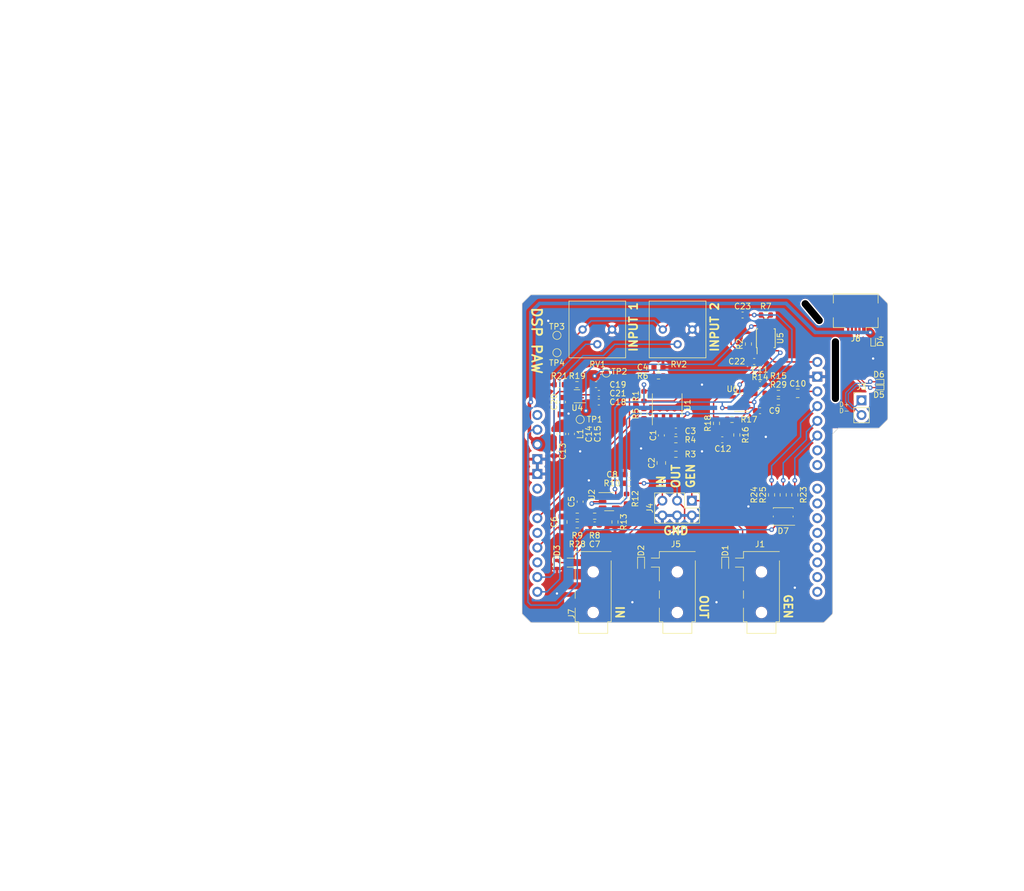
<source format=kicad_pcb>
(kicad_pcb (version 20221018) (generator pcbnew)
  (title_block (title "DSP PAW add-on board") (date "2023-08-19") (company "bitgloo") (comment 1 "Released under the CERN Open Hardware Licence Version 2 - Strongly Reciprocal"))
  (layers (0 "F.Cu" signal) (31 "B.Cu" signal) (34 "B.Paste" user) (35 "F.Paste" user) (36 "B.SilkS" user "B.Silkscreen") (37 "F.SilkS" user "F.Silkscreen") (38 "B.Mask" user) (39 "F.Mask" user) (44 "Edge.Cuts" user))
  (net 0 "")
  (net 1 "Net-(U1A--)")
  (net 2 "Net-(C1-Pad1)")
  (net 3 "SIGNAL_IN")
  (net 4 "Net-(C2-Pad2)")
  (net 5 "Net-(U2-+)")
  (net 6 "GND")
  (net 7 "SIGNAL_IN_MCU")
  (net 8 "Net-(C5-Pad1)")
  (net 9 "SIGNAL_OUT_MCU")
  (net 10 "VBUS")
  (net 11 "+5V")
  (net 12 "-5V")
  (net 13 "Net-(C6-Pad1)")
  (net 14 "Net-(C9-Pad1)")
  (net 15 "Net-(C10-Pad1)")
  (net 16 "VDDA")
  (net 17 "Net-(U6-+)")
  (net 18 "Net-(U4-C+)")
  (net 19 "SIGNAL_OUT")
  (net 20 "Net-(U4-C-)")
  (net 21 "+3V3")
  (net 22 "GENERATOR_MCU")
  (net 23 "GENERATOR")
  (net 24 "USB_D_P")
  (net 25 "USB_D_N")
  (net 26 "Net-(U4-CPOUT)")
  (net 27 "VCC")
  (net 28 "Net-(D7-RK)")
  (net 29 "Net-(D7-GK)")
  (net 30 "LED_B")
  (net 31 "LED_G")
  (net 32 "LED_R")
  (net 33 "PC1{slash}POT2")
  (net 34 "PC0{slash}POT1")
  (net 36 "-3V3")
  (net 37 "Net-(U1B--)")
  (net 39 "Net-(U1B-+)")
  (net 40 "Net-(U5B--)")
  (net 41 "Net-(D7-BK)")
  (net 42 "Net-(C5-Pad2)")
  (net 43 "Net-(C9-Pad2)")
  (net 44 "Net-(U4-VFB)")
  (net 45 "Net-(U2--)")
  (net 46 "Net-(U6--)")
  (net 60 "Net-(U1A-+)")
  (footprint "Resistor_SMD:R_0603_1608Metric" (layer "F.Cu") (at 161 85.5)
    (fp_text reference "R14")
    (fp_text value "22.1k/0.5%")
  )
  (footprint "Resistor_SMD:R_0603_1608Metric" (layer "F.Cu") (at 126.4 84 180)
    (fp_text reference "R21")
    (fp_text value "56k/1%")
  )
  (footprint "Resistor_SMD:R_0603_1608Metric" (layer "F.Cu") (at 141 86 90)
    (fp_text reference "R1")
    (fp_text value "10k/0.1%")
  )
  (footprint "Resistor_SMD:R_0603_1608Metric" (layer "F.Cu") (at 146.5 96)
    (fp_text reference "R3")
    (fp_text value "8.45k/1%")
  )
  (footprint "Capacitor_SMD:C_0603_1608Metric" (layer "F.Cu") (at 158 72 180)
    (fp_text reference "C23")
    (fp_text value "1u")
  )
  (footprint "MountingHole:MountingHole_2.1mm" (layer "F.Cu") (at 170 71.5 40)
    (fp_text reference "REF**" hide)
    (fp_text value "MountingHole_2.1mm")
  )
  (footprint "Capacitor_SMD:C_0603_1608Metric" (layer "F.Cu") (at 132.725 84)
    (fp_text reference "C19")
    (fp_text value "2.2u")
  )
  (footprint "Resistor_SMD:R_0603_1608Metric" (layer "F.Cu") (at 132.5 106.675 180)
    (fp_text reference "R8")
    (fp_text value "22.1k/0.5%")
  )
  (footprint "Potentiometer_THT:Potentiometer_Bourns_3386P_Vertical" (layer "F.Cu") (at 130.42 74.5 -90)
    (fp_text reference "RV1")
    (fp_text value "10K")
  )
  (footprint "Capacitor_SMD:C_0603_1608Metric" (layer "F.Cu") (at 161 84)
    (fp_text reference "C11")
    (fp_text value "100p")
  )
  (footprint "Package_SO:SOIC-8_3.9x4.9mm_P1.27mm" (layer "F.Cu") (at 145 87.5 90)
    (fp_text reference "U1")
    (fp_text value "TLV9162")
  )
  (footprint "Capacitor_SMD:C_0603_1608Metric" (layer "F.Cu") (at 132.5 108.175 180)
    (fp_text reference "C7")
    (fp_text value "100p")
  )
  (footprint "Resistor_SMD:R_0603_1608Metric" (layer "F.Cu") (at 138.5 101 180)
    (fp_text reference "R10")
    (fp_text value "0")
  )
  (footprint "Diode_SMD:D_SOD-523" (layer "F.Cu") (at 126 115 -90)
    (fp_text reference "D3")
    (fp_text value "ESD5Z2.5T1G")
  )
  (footprint "Capacitor_SMD:C_0603_1608Metric" (layer "F.Cu") (at 154.5 93.5)
    (fp_text reference "C12")
    (fp_text value "DNP")
  )
  (footprint "Resistor_SMD:R_0603_1608Metric" (layer "F.Cu") (at 138 103.675 -90)
    (fp_text reference "R12")
    (fp_text value "2.49k/0.5%")
  )
  (footprint "Diode_SMD:D_SOD-523" (layer "F.Cu") (at 140.5 115 -90)
    (fp_text reference "D2")
    (fp_text value "ESD5Z2.5T1G")
  )
  (footprint "TestPoint:TestPoint_Pad_D1.0mm" (layer "F.Cu") (at 126 78.5)
    (fp_text reference "TP4")
    (fp_text value "TestPoint")
  )
  (footprint "Connector_PinHeader_2.54mm:PinHeader_2x03_P2.54mm_Vertical" (layer "F.Cu") (at 149.25 104 -90)
    (fp_text reference "J4")
    (fp_text value "Conn_02x03_Odd_Even")
  )
  (footprint "Resistor_SMD:R_0603_1608Metric" (layer "F.Cu") (at 156.175 90 180)
    (fp_text reference "R17")
    (fp_text value "2.49k/0.5%")
  )
  (footprint "Capacitor_SMD:C_0603_1608Metric" (layer "F.Cu") (at 133.225 85.5)
    (fp_text reference "C21")
    (fp_text value "4.7u")
  )
  (footprint "Connector_USB:USB_Micro-B_Amphenol_10104110_Horizontal" (layer "F.Cu") (at 177.5 72.5 180)
    (fp_text reference "J8")
    (fp_text value "USB_B_Micro")
  )
  (footprint "Capacitor_SMD:C_0603_1608Metric" (layer "F.Cu") (at 125.5 95.5 -90)
    (fp_text reference "C13")
    (fp_text value "10n")
  )
  (footprint "Capacitor_SMD:C_0603_1608Metric" (layer "F.Cu") (at 138.5 99.5)
    (fp_text reference "C8")
    (fp_text value "DNP")
  )
  (footprint "Capacitor_SMD:C_0603_1608Metric" (layer "F.Cu") (at 126.95 87 90)
    (fp_text reference "C20")
    (fp_text value "1u")
  )
  (footprint "Package_TO_SOT_SMD:SOT-23-5" (layer "F.Cu") (at 135 104.175)
    (fp_text reference "U2")
    (fp_text value "OPA1677")
  )
  (footprint "TestPoint:TestPoint_Pad_D1.0mm" (layer "F.Cu") (at 130 90)
    (fp_text reference "TP1")
    (fp_text value "TestPoint")
  )
  (footprint "Capacitor_SMD:C_0805_2012Metric" (layer "F.Cu") (at 144 97.5 90)
    (fp_text reference "C2")
    (fp_text value "10u")
  )
  (footprint "Resistor_SMD:R_0603_1608Metric" (layer "F.Cu") (at 167 103 -90)
    (fp_text reference "R23")
    (fp_text value "560")
  )
  (footprint "Inductor_SMD:L_0603_1608Metric" (layer "F.Cu") (at 125.5 92.5 90)
    (fp_text reference "L1")
    (fp_text value "33@100MHz")
  )
  (footprint "Potentiometer_THT:Potentiometer_Bourns_3386P_Vertical" (layer "F.Cu") (at 144.25 74.5 -90)
    (fp_text reference "RV2")
    (fp_text value "10K")
  )
  (footprint "Resistor_SMD:R_0603_1608Metric" (layer "F.Cu") (at 157 92.675 90)
    (fp_text reference "R16")
    (fp_text value "0")
  )
  (footprint "Resistor_SMD:R_0603_1608Metric" (layer "F.Cu") (at 129.5 106.675 180)
    (fp_text reference "R9")
    (fp_text value "6.81k/0.5%")
  )
  (footprint "Resistor_SMD:R_0603_1608Metric" (layer "F.Cu") (at 146.5 93.5 180)
    (fp_text reference "R4")
    (fp_text value "13.3k/1%")
  )
  (footprint "Package_SON:WSON-8-1EP_2x2mm_P0.5mm_EP0.9x1.6mm" (layer "F.Cu") (at 129.45 86 180)
    (fp_text reference "U4")
    (fp_text value "LM27761")
  )
  (footprint "Package_SO:TSSOP-8_3x3mm_P0.65mm" (layer "F.Cu") (at 162 76 90)
    (fp_text reference "U5")
    (fp_text value "OPA2310")
  )
  (footprint "Capacitor_SMD:C_0603_1608Metric" (layer "F.Cu") (at 160 80 180)
    (fp_text reference "C22")
    (fp_text value "1u")
  )
  (footprint "Capacitor_SMD:C_0603_1608Metric" (layer "F.Cu") (at 143.5 81)
    (fp_text reference "C4")
    (fp_text value "10n")
  )
  (footprint "Capacitor_SMD:C_0603_1608Metric" (layer "F.Cu") (at 161 88.5)
    (fp_text reference "C9")
    (fp_text value "105p")
  )
  (footprint "Diode_SMD:D_SOD-523" (layer "F.Cu") (at 155 115 -90)
    (fp_text reference "D1")
    (fp_text value "ESD5Z2.5T1G")
  )
  (footprint "LED_SMD:LED_Kingbright_AAA3528ESGCT" (layer "F.Cu") (at 165 106.725 180)
    (fp_text reference "D7")
    (fp_text value "LED_RAGB")
  )
  (footprint "Capacitor_SMD:C_0603_1608Metric" (layer "F.Cu") (at 128.5 92.5 -90)
    (fp_text reference "C15")
    (fp_text value "4.7u")
  )
  (footprint "Resistor_SMD:R_0603_1608Metric" (layer "F.Cu") (at 159 77 -90)
    (fp_text reference "R2")
    (fp_text value "10k/0.1%")
  )
  (footprint "Capacitor_SMD:C_0805_2012Metric" (layer "F.Cu") (at 127 107.675 -90)
    (fp_text reference "C6")
    (fp_text value "10u")
  )
  (footprint "TestPoint:TestPoint_Pad_D1.0mm" (layer "F.Cu") (at 134.5 82)
    (fp_text reference "TP2")
    (fp_text value "TestPoint")
  )
  (footprint "Capacitor_SMD:C_0603_1608Metric" (layer "F.Cu") (at 146.5 92)
    (fp_text reference "C3")
    (fp_text value "100p")
  )
  (footprint "Connector_PinHeader_2.54mm:PinHeader_1x02_P2.54mm_Vertical" (layer "F.Cu") (at 178.499766 86.699898)
    (fp_text reference "J3")
    (fp_text value "Conn_01x02")
  )
  (footprint "Capacitor_SMD:C_0805_2012Metric" (layer "F.Cu") (at 167.5 85.5)
    (fp_text reference "C10")
    (fp_text value "10u")
  )
  (footprint "Capacitor_SMD:C_0603_1608Metric" (layer "F.Cu") (at 130 104.175 -90)
    (fp_text reference "C5")
    (fp_text value "105p")
  )
  (footprint "Capacitor_SMD:C_0603_1608Metric" (layer "F.Cu") (at 144 92.75 90)
    (fp_text reference "C1")
    (fp_text value "140p")
  )
  (footprint "Resistor_SMD:R_0603_1608Metric" (layer "F.Cu") (at 129.45 84 180)
    (fp_text reference "R19")
    (fp_text value "174k/1%")
  )
  (footprint "TestPoint:TestPoint_Pad_D1.0mm" (layer "F.Cu") (at 126 75.5)
    (fp_text reference "TP3")
    (fp_text value "TestPoint")
  )
  (footprint "Resistor_SMD:R_0603_1608Metric" (layer "F.Cu") (at 129.5 108.175 180)
    (fp_text reference "R28")
    (fp_text value "100k")
  )
  (footprint "Capacitor_SMD:C_0603_1608Metric" (layer "F.Cu") (at 127 92.5 -90)
    (fp_text reference "C14")
    (fp_text value "100n")
  )
  (footprint "Connector_Audio:Jack_3.5mm_PJ320D_Horizontal" (layer "F.Cu") (at 146.75 118.5 90)
    (fp_text reference "J5")
    (fp_text value "AudioJack2_Ground")
  )
  (footprint "MountingHole:MountingHole_2.1mm" (layer "F.Cu") (at 174 81.5)
    (fp_text reference "REF**" hide)
    (fp_text value "MountingHole_2.1mm")
  )
  (footprint "Resistor_SMD:R_0603_1608Metric" (layer "F.Cu") (at 162 72 180)
    (fp_text reference "R7")
    (fp_text value "10k/0.1%")
  )
  (footprint "Connector_Audio:Jack_3.5mm_PJ320D_Horizontal" (layer "F.Cu") (at 132.25 118.5 90)
    (fp_text reference "J7")
    (fp_text value "AudioJack2_Ground")
  )
  (footprint "Resistor_SMD:R_0603_1608Metric" (layer "F.Cu") (at 153.5 90.675 -90)
    (fp_text reference "R18")
    (fp_text value "2.49k/0.5%")
  )
  (footprint "PCM_arduino-library:Arduino_Uno_R2_Shield" (layer "F.Cu") (at 120.08 56.21 -90)
    (fp_text reference "A2" hide)
    (fp_text value "Arduino_Uno_R1_Shield")
  )
  (footprint "Connector_Audio:Jack_3.5mm_PJ320D_Horizontal" (layer "F.Cu") (at 161.25 118.5 90)
    (fp_text reference "J1")
    (fp_text value "AudioJack2_Ground")
  )
  (footprint "Resistor_SMD:R_0603_1608Metric" (layer "F.Cu") (at 136 107.675 -90)
    (fp_text reference "R13")
    (fp_text value "2.49k/0.5%")
  )
  (footprint "Resistor_SMD:R_0603_1608Metric" (layer "F.Cu") (at 143.5 82.5 180)
    (fp_text reference "R6")
    (fp_text value "200")
  )
  (footprint "Resistor_SMD:R_0603_1608Metric" (layer "F.Cu") (at 163 103 -90)
    (fp_text reference "R24")
    (fp_text value "240")
  )
  (footprint "Diode_SMD:D_SOD-923" (layer "F.Cu") (at 181.5 83.5 180)
    (fp_text reference "D6")
    (fp_text value "DF2B7AFS,L3M")
  )
  (footprint "Resistor_SMD:R_0603_1608Metric" (layer "F.Cu") (at 165 103 -90)
    (fp_text reference "R25")
    (fp_text value "240")
  )
  (footprint "Resistor_SMD:R_0603_1608Metric" (layer "F.Cu") (at 141 89 90)
    (fp_text reference "R5")
    (fp_text value "10k/0.1%")
  )
  (footprint "Diode_SMD:D_SOD-923" (layer "F.Cu") (at 181.5 84.5 180)
    (fp_text reference "D5")
    (fp_text value "DF2B7AFS,L3M")
  )
  (footprint "Resistor_SMD:R_0603_1608Metric" (layer "F.Cu") (at 164.175 85.5)
    (fp_text reference "R15")
    (fp_text value "6.81k/0.5%")
  )
  (footprint "Resistor_SMD:R_0603_1608Metric" (layer "F.Cu") (at 164.175 87)
    (fp_text reference "R29")
    (fp_text value "100k")
  )
  (footprint "Capacitor_SMD:C_0603_1608Metric" (layer "F.Cu") (at 133.225 87)
    (fp_text reference "C18")
    (fp_text value "4.7u")
  )
  (footprint "Package_TO_SOT_SMD:SOT-23-5" (layer "F.Cu") (at 157.3625 87.05 180)
    (fp_text reference "U6")
    (fp_text value "OPA1677")
  )
  (footprint "Diode_SMD:D_SOD-923" (layer "F.Cu") (at 180.5 76.5 90)
    (fp_text reference "D4")
    (fp_text value "DF2B7AFS,L3M")
  )
  (gr_line (start 181.5 68.5) (end 183 70) (stroke (width 0.1)) (layer "Edge.Cuts"))
  (gr_line (start 181.5 68.5) (end 121.5 68.5) (stroke (width 0.1)) (layer "Edge.Cuts"))
  (gr_line (start 173.5 92.5) (end 174.5 91.5) (stroke (width 0.1)) (layer "Edge.Cuts"))
  (gr_line (start 120 123.5) (end 121.5 125) (stroke (width 0.1)) (layer "Edge.Cuts"))
  (gr_line (start 181.5 91.5) (end 174.5 91.5) (stroke (width 0.1)) (layer "Edge.Cuts"))
  (gr_line (start 120 70) (end 120 123.5) (stroke (width 0.1)) (layer "Edge.Cuts"))
  (gr_line (start 120 70) (end 121.5 68.5) (stroke (width 0.1)) (layer "Edge.Cuts"))
  (gr_line (start 183 90) (end 183 70) (stroke (width 0.1)) (layer "Edge.Cuts"))
  (gr_line (start 173.5 123.5) (end 172 125) (stroke (width 0.1)) (layer "Edge.Cuts"))
  (gr_line (start 121.5 125) (end 172 125) (stroke (width 0.1)) (layer "Edge.Cuts"))
  (gr_line (start 183 90) (end 181.5 91.5) (stroke (width 0.1)) (layer "Edge.Cuts"))
  (gr_line (start 173.5 123.5) (end 173.5 92.5) (stroke (width 0.1)) (layer "Edge.Cuts"))
  (gr_text "OUT" (at 146.5 102 90) (layer "F.SilkS") (effects (font (size 1.4 1.4) (thickness 0.3) bold) (justify left)))
  (gr_text "OUT" (at 150.5 124.5 270) (layer "F.SilkS") (effects (font (size 1.4 1.4) (thickness 0.3) bold) (justify right bottom)))
  (gr_text "IN" (at 136 124.5 270) (layer "F.SilkS") (effects (font (size 1.4 1.4) (thickness 0.3) bold) (justify right bottom)))
  (gr_text "INPUT 1" (at 140 78.5 90) (layer "F.SilkS") (effects (font (size 1.4 1.4) (thickness 0.3) bold) (justify left bottom)))
  (gr_text "GEN" (at 149.04 102 90) (layer "F.SilkS") (effects (font (size 1.4 1.4) (thickness 0.3) bold) (justify left)))
  (gr_text "D+" (at 176.5 87.4) (layer "F.SilkS") (effects (font (size 0.8 0.8) (thickness 0.1) bold) (justify right)))
  (gr_text "D-" (at 176.5 88.5) (layer "F.SilkS") (effects (font (size 0.8 0.8) (thickness 0.1) bold) (justify right)))
  (gr_text "INPUT 2" (at 154 78.5 90) (layer "F.SilkS") (effects (font (size 1.4 1.4) (thickness 0.3) bold) (justify left bottom)))
  (gr_text "GND" (at 146.5 110) (layer "F.SilkS") (effects (font (size 1.4 1.4) (thickness 0.3) bold) (justify bottom)))
  (gr_text "GEN" (at 165 124.5 270) (layer "F.SilkS") (effects (font (size 1.4 1.4) (thickness 0.3) bold) (justify right bottom)))
  (gr_text "DSP PAW" (at 121.5 70.5 270) (layer "F.SilkS") (effects (font (size 1.7 1.7) (thickness 0.32) bold) (justify left bottom)))
  (gr_text "IN" (at 143.96 102 90) (layer "F.SilkS") (effects (font (size 1.4 1.4) (thickness 0.3) bold) (justify left)))
  (segment (start 143.095 89.975) (end 141.15 89.975) (width 0.25) (layer "F.Cu") (net 1))
  (segment (start 141.15 89.975) (end 141 89.825) (width 0.25) (layer "F.Cu") (net 1))
  (segment (start 144.365 91.61) (end 144 91.975) (width 0.25) (layer "F.Cu") (net 1))
  (segment (start 143.095 89.975) (end 144.365 89.975) (width 0.25) (layer "F.Cu") (net 1))
  (segment (start 144.365 89.975) (end 144.365 91.61) (width 0.25) (layer "F.Cu") (net 1))
  (segment (start 144.025 93.525) (end 145 94.5) (width 0.25) (layer "F.Cu") (net 2))
  (segment (start 147.325 96) (end 147.325 93.5) (width 0.25) (layer "F.Cu") (net 2))
  (segment (start 145 94.5) (end 146.325 94.5) (width 0.25) (layer "F.Cu") (net 2))
  (segment (start 146.325 94.5) (end 147.325 93.5) (width 0.25) (layer "F.Cu") (net 2))
  (segment (start 144 93.525) (end 144.025 93.525) (width 0.25) (layer "F.Cu") (net 2))
  (segment (start 137.17 111) (end 144.17 104) (width 0.25) (layer "F.Cu") (net 3))
  (segment (start 144.17 104) (end 144.17 98.62) (width 0.25) (layer "F.Cu") (net 3))
  (segment (start 131.5 111) (end 137.17 111) (width 0.25) (layer "F.Cu") (net 3))
  (segment (start 144.17 98.62) (end 144 98.45) (width 0.25) (layer "F.Cu") (net 3))
  (segment (start 129 114.675) (end 129 113.5) (width 0.25) (layer "F.Cu") (net 3))
  (segment (start 126.375 114.675) (end 129 114.675) (width 0.25) (layer "F.Cu") (net 3))
  (segment (start 126 114.3) (end 126.375 114.675) (width 0.25) (layer "F.Cu") (net 3))
  (segment (start 129 113.5) (end 131.5 111) (width 0.25) (layer "F.Cu") (net 3))
  (segment (start 144 96.55) (end 145.125 96.55) (width 0.25) (layer "F.Cu") (net 4))
  (segment (start 145.125 96.55) (end 145.675 96) (width 0.25) (layer "F.Cu") (net 4))
  (segment (start 133.8625 106.1375) (end 133.325 106.675) (width 0.25) (layer "F.Cu") (net 5))
  (segment (start 133.275 106.725) (end 133.325 106.675) (width 0.25) (layer "F.Cu") (net 5))
  (segment (start 133.275 108.175) (end 133.275 106.725) (width 0.25) (layer "F.Cu") (net 5))
  (segment (start 133.8625 105.125) (end 133.8625 106.1375) (width 0.25) (layer "F.Cu") (net 5))
  (segment (start 130.4 86.25) (end 129.7 86.25) (width 0.25) (layer "F.Cu") (net 6))
  (segment (start 129.7 86.25) (end 129.45 86) (width 0.25) (layer "F.Cu") (net 6))
  (via (at 167 119) (size 0.8) (drill 0.4) (layers "F.Cu" "B.Cu") (net 6))
  (via (at 126 120) (size 0.8) (drill 0.4) (layers "F.Cu" "B.Cu") (net 6))
  (via (at 140.5 95) (size 0.8) (drill 0.4) (layers "F.Cu" "B.Cu") (net 6))
  (via (at 128 89) (size 0.8) (drill 0.4) (layers "F.Cu" "B.Cu") (net 6))
  (via (at 162 93) (size 0.8) (drill 0.4) (layers "F.Cu" "B.Cu") (net 6))
  (via (at 180.5 79.5) (size 0.8) (drill 0.4) (layers "F.Cu" "B.Cu") (net 6))
  (via (at 151 95.5) (size 0.8) (drill 0.4) (layers "F.Cu" "B.Cu") (net 6))
  (via (at 139 121.5) (size 0.8) (drill 0.4) (layers "F.Cu" "B.Cu") (net 6))
  (via (at 159 105) (size 0.8) (drill 0.4) (layers "F.Cu" "B.Cu") (net 6))
  (via (at 131.5 100.5) (size 0.8) (drill 0.4) (layers "F.Cu" "B.Cu") (net 6))
  (via (at 124.5 73) (size 0.8) (drill 0.4) (layers "F.Cu" "B.Cu") (net 6))
  (via (at 151 84) (size 0.8) (drill 0.4) (layers "F.Cu" "B.Cu") (net 6))
  (via (at 153.5 121.5) (size 0.8) (drill 0.4) (layers "F.Cu" "B.Cu") (net 6))
  (via (at 130 95.5) (size 0.8) (drill 0.4) (layers "F.Cu" "B.Cu") (net 6))
  (segment (start 142.725 82.45) (end 142.675 82.5) (width 0.25) (layer "F.Cu") (net 7))
  (segment (start 138.5 91.13) (end 122.62 107.01) (width 0.25) (layer "F.Cu") (net 7))
  (segment (start 142.675 82.5) (end 140 82.5) (width 0.25) (layer "F.Cu") (net 7))
  (segment (start 138.5 84) (end 138.5 91.13) (width 0.25) (layer "F.Cu") (net 7))
  (segment (start 140 82.5) (end 138.5 84) (width 0.25) (layer "F.Cu") (net 7))
  (segment (start 142.725 81) (end 142.725 82.45) (width 0.25) (layer "F.Cu") (net 7))
  (segment (start 138 102.85) (end 138 101.325) (width 0.25) (layer "F.Cu") (net 8))
  (segment (start 130.175 103.225) (end 133.8625 103.225) (width 0.25) (layer "F.Cu") (net 8))
  (segment (start 133.8625 101.1375) (end 134.5 100.5) (width 0.25) (layer "F.Cu") (net 8))
  (segment (start 137.175 100.5) (end 137.675 101) (width 0.25) (layer "F.Cu") (net 8))
  (segment (start 130 103.4) (end 130.175 103.225) (width 0.25) (layer "F.Cu") (net 8))
  (segment (start 138 101.325) (end 137.675 101) (width 0.25) (layer "F.Cu") (net 8))
  (segment (start 134.5 100.5) (end 137.175 100.5) (width 0.25) (layer "F.Cu") (net 8))
  (segment (start 133.8625 103.225) (end 133.8625 101.1375) (width 0.25) (layer "F.Cu") (net 8))
  (segment (start 126.085 108.625) (end 127 108.625) (width 0.25) (layer "F.Cu") (net 9))
  (segment (start 122.62 112.09) (end 126.085 108.625) (width 0.25) (layer "F.Cu") (net 9))
  (segment (start 122.62 94.31) (end 121.2516 92.9416) (width 0.6096) (layer "F.Cu") (net 10))
  (segment (start 121.2516 92.9416) (end 121.2516 87.2484) (width 0.6096) (layer "F.Cu") (net 10))
  (segment (start 121.2516 87.2484) (end 121.5 87) (width 0.6096) (layer "F.Cu") (net 10))
  (via (at 121.5 87) (size 0.8) (drill 0.4) (layers "F.Cu" "B.Cu") (net 10))
  (via (at 180 75) (size 0.8) (drill 0.4) (layers "F.Cu" "B.Cu") (net 10))
  (segment (start 170.5 75) (end 165.5 70) (width 0.6096) (layer "B.Cu") (net 10))
  (segment (start 180 75) (end 170.5 75) (width 0.6096) (layer "B.Cu") (net 10))
  (segment (start 123 70) (end 121.5 71.5) (width 0.6096) (layer "B.Cu") (net 10))
  (segment (start 121.5 71.5) (end 121.5 87) (width 0.6096) (layer "B.Cu") (net 10))
  (segment (start 165.5 70) (end 123 70) (width 0.6096) (layer "B.Cu") (net 10))
  (segment (start 127.479561 85.197535) (end 126.302465 85.197535) (width 0.25) (layer "F.Cu") (net 11))
  (segment (start 126.302465 85.197535) (end 125.5 86) (width 0.25) (layer "F.Cu") (net 11))
  (segment (start 128.032026 85.75) (end 127.479561 85.197535) (width 0.25) (layer "F.Cu") (net 11))
  (segment (start 159.65 73.85) (end 159.5 74) (width 0.25) (layer "F.Cu") (net 11))
  (segment (start 125.5 86) (end 125.5 91.7125) (width 0.25) (layer "F.Cu") (net 11))
  (segment (start 128.5 85.75) (end 128.032026 85.75) (width 0.25) (layer "F.Cu") (net 11))
  (segment (start 161.025 73.85) (end 159.65 73.85) (width 0.25) (layer "F.Cu") (net 11))
  (via (at 131 88.5) (size 0.8) (drill 0.4) (layers "F.Cu" "B.Cu") (net 11))
  (via (at 159.5 74) (size 0.8) (drill 0.4) (layers "F.Cu" "B.Cu") (net 11))
  (segment (start 131 82) (end 132.5 80.5) (width 0.25) (layer "B.Cu") (net 11))
  (segment (start 132.5 80.5) (end 153 80.5) (width 0.25) (layer "B.Cu") (net 11))
  (segment (start 153 80.5) (end 159.5 74) (width 0.25) (layer "B.Cu") (net 11))
  (segment (start 131 88.5) (end 131 82) (width 0.25) (layer "B.Cu") (net 11))
  (segment (start 134.5 82) (end 133 82) (width 0.25) (layer "F.Cu") (net 12))
  (segment (start 162.975 78.15) (end 164.15 78.15) (width 0.25) (layer "F.Cu") (net 12))
  (segment (start 164.15 78.15) (end 164.5 78.5) (width 0.25) (layer "F.Cu") (net 12))
  (segment (start 133 82) (end 132.5 82.5) (width 0.25) (layer "F.Cu") (net 12))
  (via (at 164.5 78.5) (size 0.8) (drill 0.4) (layers "F.Cu" "B.Cu") (net 12))
  (via (at 132.5 82.5) (size 0.8) (drill 0.4) (layers "F.Cu" "B.Cu") (net 12))
  (segment (start 161.5 81.5) (end 164.5 78.5) (width 0.25) (layer "B.Cu") (net 12))
  (segment (start 132.5 82.5) (end 133.5 81.5) (width 0.25) (layer "B.Cu") (net 12))
  (segment (start 133.5 81.5) (end 161.5 81.5) (width 0.25) (layer "B.Cu") (net 12))
  (segment (start 128.625 106.725) (end 128.675 106.675) (width 0.25) (layer "F.Cu") (net 13))
  (segment (start 128.675 106.675) (end 128.675 108.175) (width 0.25) (layer "F.Cu") (net 13))
  (segment (start 127 106.725) (end 128.625 106.725) (width 0.25) (layer "F.Cu") (net 13))
  (segment (start 158.5 88) (end 158.5 89) (width 0.25) (layer "F.Cu") (net 14))
  (segment (start 158.5 89) (end 157.5 90) (width 0.25) (layer "F.Cu") (net 14))
  (segment (start 159.725 88) (end 160.225 88.5) (width 0.25) (layer "F.Cu") (net 14))
  (segment (start 157 90) (end 157 91.85) (width 0.25) (layer "F.Cu") (net 14))
  (segment (start 157.5 90) (end 157 90) (width 0.25) (layer "F.Cu") (net 14))
  (segment (start 158.5 88) (end 159.725 88) (width 0.25) (layer "F.Cu") (net 14))
  (segment (start 166.55 85.5) (end 165 85.5) (width 0.25) (layer "F.Cu") (net 15))
  (segment (start 165 85.5) (end 165 87) (width 0.25) (layer "F.Cu") (net 15))
  (segment (start 162.325 78.15) (end 162.325 78.95) (width 0.25) (layer "F.Cu") (net 16))
  (segment (start 162.325 78.95) (end 163.461 80.086) (width 0.25) (layer "F.Cu") (net 16))
  (segment (start 163.461 80.086) (end 170.88 80.086) (width 0.25) (layer "F.Cu") (net 16))
  (segment (start 159.575 86.1) (end 160.175 85.5) (width 0.25) (layer "F.Cu") (net 17))
  (segment (start 160.175 85.5) (end 160.175 84.05) (width 0.25) (layer "F.Cu") (net 17))
  (segment (start 158.5 86.1) (end 159.575 86.1) (width 0.25) (layer "F.Cu") (net 17))
  (segment (start 160.175 84.05) (end 160.225 84) (width 0.25) (layer "F.Cu") (net 17))
  (segment (start 128.5 87.5) (end 128.5 86.75) (width 0.25) (layer "F.Cu") (net 18))
  (segment (start 128.225 87.775) (end 128.5 87.5) (width 0.25) (layer "F.Cu") (net 18))
  (segment (start 126.95 87.775) (end 128.225 87.775) (width 0.25) (layer "F.Cu") (net 18))
  (segment (start 146.71 104) (end 148 105.29) (width 0.25) (layer "F.Cu") (net 19))
  (segment (start 140.5 114.3) (end 140.875 114.675) (width 0.25) (layer "F.Cu") (net 19))
  (segment (start 148 108) (end 143.5 112.5) (width 0.25) (layer "F.Cu") (net 19))
  (segment (start 140.875 114.675) (end 143.5 114.675) (width 0.25) (layer "F.Cu") (net 19))
  (segment (start 143.5 112.5) (end 143.5 114.675) (width 0.25) (layer "F.Cu") (net 19))
  (segment (start 139.325 101) (end 141 101) (width 0.25) (layer "F.Cu") (net 19))
  (segment (start 139.325 101) (end 139.325 99.55) (width 0.25) (layer "F.Cu") (net 19))
  (segment (start 148 105.29) (end 148 108) (width 0.25) (layer "F.Cu") (net 19))
  (segment (start 139.325 99.55) (end 139.275 99.5) (width 0.25) (layer "F.Cu") (net 19))
  (via (at 141 101) (size 0.8) (drill 0.4) (layers "F.Cu" "B.Cu") (net 19))
  (segment (start 141 101) (end 146 101) (width 0.25) (layer "B.Cu") (net 19))
  (segment (start 146 101) (end 146.71 101.71) (width 0.25) (layer "B.Cu") (net 19))
  (segment (start 146.71 101.71) (end 146.71 104) (width 0.25) (layer "B.Cu") (net 19))
  (segment (start 126.975 86.25) (end 126.95 86.225) (width 0.25) (layer "F.Cu") (net 20))
  (segment (start 128.5 86.25) (end 126.975 86.25) (width 0.25) (layer "F.Cu") (net 20))
  (segment (start 129.42 75.5) (end 130.42 74.5) (width 0.25) (layer "F.Cu") (net 21))
  (segment (start 156.225 88) (end 154.5 88) (width 0.25) (layer "F.Cu") (net 21))
  (segment (start 161.025 79.75) (end 160.775 80) (width 0.25) (layer "F.Cu") (net 21))
  (segment (start 145.75 73) (end 154.5 73) (width 0.25) (layer "F.Cu") (net 21))
  (segment (start 156 77) (end 156.825 77.825) (width 0.25) (layer "F.Cu") (net 21))
  (segment (start 157.5 84) (end 160.775 80.725) (width 0.25) (layer "F.Cu") (net 21))
  (segment (start 156.825 77.825) (end 159 77.825) (width 0.25) (layer "F.Cu") (net 21))
  (segment (start 126 75.5) (end 129.42 75.5) (width 0.25) (layer "F.Cu") (net 21))
  (segment (start 161.675 78.15) (end 161.025 78.15) (width 0.25) (layer "F.Cu") (net 21))
  (segment (start 159.325 78.15) (end 159 77.825) (width 0.25) (layer "F.Cu") (net 21))
  (segment (start 156 74.5) (end 156 77) (width 0.25) (layer "F.Cu") (net 21))
  (segment (start 141.15 85.025) (end 141 85.175) (width 0.25) (layer "F.Cu") (net 21))
  (segment (start 154.5 73) (end 156 74.5) (width 0.25) (layer "F.Cu") (net 21))
  (segment (start 144.25 74.5) (end 145.75 73) (width 0.25) (layer "F.Cu") (net 21))
  (segment (start 136.1375 103.225) (end 136.1375 102.1375) (width 0.25) (layer "F.Cu") (net 21))
  (segment (start 141 85.175) (end 141 84) (width 0.25) (layer "F.Cu") (net 21))
  (segment (start 143.095 85.025) (end 141.15 85.025) (width 0.25) (layer "F.Cu") (net 21))
  (segment (start 160.775 80.725) (end 160.775 80) (width 0.25) (layer "F.Cu") (net 21))
  (segment (start 161.025 78.15) (end 159.325 78.15) (width 0.25) (layer "F.Cu") (net 21))
  (segment (start 161.025 78.15) (end 161.025 79.75) (width 0.25) (layer "F.Cu") (net 21))
  (segment (start 136.1375 102.1375) (end 136 102) (width 0.25) (layer "F.Cu") (net 21))
  (via (at 141 84) (size 0.8) (drill 0.4) (layers "F.Cu" "B.Cu") (net 21))
  (via (at 136 102) (size 0.8) (drill 0.4) (layers "F.Cu" "B.Cu") (net 21))
  (via (at 157.5 84) (size 0.8) (drill 0.4) (layers "F.Cu" "B.Cu") (net 21))
  (via (at 154.5 88) (size 0.8) (drill 0.4) (layers "F.Cu" "B.Cu") (net 21))
  (segment (start 137 87) (end 141 87) (width 0.25) (layer "B.Cu") (net 21))
  (segment (start 142.75 73) (end 144.25 74.5) (width 0.25) (layer "B.Cu") (net 21))
  (segment (start 136 88) (end 137 87) (width 0.25) (layer "B.Cu") (net 21))
  (segment (start 136 102) (end 136 88) (width 0.25) (layer "B.Cu") (net 21))
  (segment (start 131.92 73) (end 142.75 73) (width 0.25) (layer "B.Cu") (net 21))
  (segment (start 154.5 88) (end 154.5 87) (width 0.25) (layer "B.Cu") (net 21))
  (segment (start 156 87) (end 141 87) (width 0.25) (layer "B.Cu") (net 21))
  (segment (start 157.5 84) (end 157.5 85.5) (width 0.25) (layer "B.Cu") (net 21))
  (segment (start 130.42 74.5) (end 131.92 73) (width 0.25) (layer "B.Cu") (net 21))
  (segment (start 141 84) (end 141 87) (width 0.25) (layer "B.Cu") (net 21))
  (segment (start 157.5 85.5) (end 156 87) (width 0.25) (layer "B.Cu") (net 21))
  (segment (start 170.88 85.166) (end 168.784 85.166) (width 0.25) (layer "F.Cu") (net 22))
  (segment (start 168.784 85.166) (end 168.45 85.5) (width 0.25) (layer "F.Cu") (net 22))
  (segment (start 157 93.5) (end 155.275 93.5) (width 0.25) (layer "F.Cu") (net 23))
  (segment (start 155.275 96.725) (end 149.25 102.75) (width 0.25) (layer "F.Cu") (net 23))
  (segment (start 158 109) (end 158 114.675) (width 0.25) (layer "F.Cu") (net 23))
  (segment (start 155 114.3) (end 155.375 114.675) (width 0.25) (layer "F.Cu") (net 23))
  (segment (start 155.275 93.5) (end 155.275 96.725) (width 0.25) (layer "F.Cu") (net 23))
  (segment (start 149.25 102.75) (end 149.25 104) (width 0.25) (layer "F.Cu") (net 23))
  (segment (start 155.375 114.675) (end 158 114.675) (width 0.25) (layer "F.Cu") (net 23))
  (segment (start 149.25 104) (end 153 104) (width 0.25) (layer "F.Cu") (net 23))
  (segment (start 153 104) (end 158 109) (width 0.25) (layer "F.Cu") (net 23))
  (segment (start 177.6 82.9182) (end 178.906801 84.225001) (width 0.2) (layer "F.Cu") (net 24))
  (segment (start 177.6 75.200001) (end 177.6 82.9182) (width 0.2) (layer "F.Cu") (net 24))
  (segment (start 179.700001 84.225001) (end 180 84.525) (width 0.2) (layer "F.Cu") (net 24))
  (segment (start 181.08 84.5) (end 180.025 84.5) (width 0.2) (layer "F.Cu") (net 24))
  (segment (start 178.906801 84.225001) (end 179.700001 84.225001) (width 0.2) (layer "F.Cu") (net 24))
  (segment (start 177.5 75.100001) (end 177.6 75.200001) (width 0.2) (layer "F.Cu") (net 24))
  (segment (start 180.025 84.5) (end 180 84.525) (width 0.2) (layer "F.Cu") (net 24))
  (segment (start 177.5 74.05) (end 177.5 75.100001) (width 0.2) (layer "F.Cu") (net 24))
  (via (at 180 84.525) (size 0.8) (drill 0.4) (layers "F.Cu" "B.Cu") (net 24))
  (segment (start 179.700001 84.225001) (end 180 84.525) (width 0.2) (layer "B.Cu") (net 24))
  (segment (start 177.454767 87.744897) (end 177.063097 87.744897) (width 0.2) (layer "B.Cu") (net 24))
  (segment (start 176.225 86.9068) (end 176.225 85.5932) (width 0.2) (layer "B.Cu") (net 24))
  (segment (start 177.063097 87.744897) (end 176.225 86.9068) (width 0.2) (layer "B.Cu") (net 24))
  (segment (start 176.225 85.5932) (end 177.593199 84.225001) (width 0.2) (layer "B.Cu") (net 24))
  (segment (start 177.593199 84.225001) (end 179.700001 84.225001) (width 0.2) (layer "B.Cu") (net 24))
  (segment (start 178.499766 86.699898) (end 177.454767 87.744897) (width 0.2) (layer "B.Cu") (net 24))
  (segment (start 178.15 75.100001) (end 178.05 75.200001) (width 0.2) (layer "F.Cu") (net 25))
  (segment (start 178.05 82.7318) (end 179.093199 83.774999) (width 0.2) (layer "F.Cu") (net 25))
  (segment (start 178.05 75.200001) (end 178.05 82.7318) (width 0.2) (layer "F.Cu") (net 25))
  (segment (start 178.15 74.05) (end 178.15 75.100001) (width 0.2) (layer "F.Cu") (net 25))
  (segment (start 181.08 83.5) (end 180.025 83.5) (width 0.2) (layer "F.Cu") (net 25))
  (segment (start 180.025 83.5) (end 180 83.475) (width 0.2) (layer "F.Cu") (net 25))
  (segment (start 179.093199 83.774999) (end 179.700001 83.774999) (width 0.2) (layer "F.Cu") (net 25))
  (segment (start 179.700001 83.774999) (end 180 83.475) (width 0.2) (layer "F.Cu") (net 25))
  (via (at 180 83.475) (size 0.8) (drill 0.4) (layers "F.Cu" "B.Cu") (net 25))
  (segment (start 178.499766 89.239898) (end 177.454767 88.194899) (width 0.2) (layer "B.Cu") (net 25))
  (segment (start 175.775 85.4068) (end 177.406801 83.774999) (width 0.2) (layer "B.Cu") (net 25))
  (segment (start 177.454767 88.194899) (end 176.876699 88.194899) (width 0.2) (layer "B.Cu") (net 25))
  (segment (start 175.775 87.0932) (end 175.775 85.4068) (width 0.2) (layer "B.Cu") (net 25))
  (segment (start 176.876699 88.194899) (end 175.775 87.0932) (width 0.2) (layer "B.Cu") (net 25))
  (segment (start 179.700001 83.774999) (end 180 83.475) (width 0.2) (layer "B.Cu") (net 25))
  (segment (start 177.406801 83.774999) (end 179.700001 83.774999) (width 0.2) (layer "B.Cu") (net 25))
  (segment (start 130.4 85.75) (end 132.2 85.75) (width 0.25) (layer "F.Cu") (net 26))
  (segment (start 132.2 85.75) (end 132.45 85.5) (width 0.25) (layer "F.Cu") (net 26))
  (segment (start 163.6 108.4) (end 163 109) (width 0.25) (layer "F.Cu") (net 27))
  (segment (start 163.6 107.45) (end 163.6 108.4) (width 0.25) (layer "F.Cu") (net 27))
  (via (at 163 109) (size 0.8) (drill 0.4) (layers "F.Cu" "B.Cu") (net 27))
  (segment (start 131 109) (end 129.5 110.5) (width 0.25) (layer "B.Cu") (net 27))
  (segment (start 121.73 91.77) (end 122.62 91.77) (width 0.25) (layer "B.Cu") (net 27))
  (segment (start 121 92.5) (end 121.73 91.77) (width 0.25) (layer "B.Cu") (net 27))
  (segment (start 121.5 122) (end 121 121.5) (width 0.25) (layer "B.Cu") (net 27))
  (segment (start 121 121.5) (end 121 92.5) (width 0.25) (layer "B.Cu") (net 27))
  (segment (start 129.5 118.5) (end 126 122) (width 0.25) (layer "B.Cu") (net 27))
  (segment (start 163 109) (end 131 109) (width 0.25) (layer "B.Cu") (net 27))
  (segment (start 129.5 110.5) (end 129.5 118.5) (width 0.25) (layer "B.Cu") (net 27))
  (segment (start 126 122) (end 121.5 122) (width 0.25) (layer "B.Cu") (net 27))
  (segment (start 163.6 104.425) (end 163 103.825) (width 0.25) (layer "F.Cu") (net 28))
  (segment (start 163.6 106) (end 163.6 104.425) (width 0.25) (layer "F.Cu") (net 28))
  (segment (start 165 103.825) (end 166.4 105.225) (width 0.25) (layer "F.Cu") (net 29))
  (segment (start 166.4 105.225) (end 166.4 106) (width 0.25) (layer "F.Cu") (net 29))
  (segment (start 167 102.175) (end 167 100.5) (width 0.25) (layer "F.Cu") (net 30))
  (via (at 167 100.5) (size 0.8) (drill 0.4) (layers "F.Cu" "B.Cu") (net 30))
  (segment (start 167 96.666) (end 167 100.5) (width 0.25) (layer "B.Cu") (net 30))
  (segment (start 170.88 92.786) (end 167 96.666) (width 0.25) (layer "B.Cu") (net 30))
  (segment (start 165 102.175) (end 165 100.5) (width 0.25) (layer "F.Cu") (net 31))
  (via (at 165 100.5) (size 0.8) (drill 0.4) (layers "F.Cu" "B.Cu") (net 31))
  (segment (start 169 92.126) (end 169 93.5) (width 0.25) (layer "B.Cu") (net 31))
  (segment (start 170.88 90.246) (end 169 92.126) (width 0.25) (layer "B.Cu") (net 31))
  (segment (start 165 97.5) (end 165 100.5) (width 0.25) (layer "B.Cu") (net 31))
  (segment (start 169 93.5) (end 165 97.5) (width 0.25) (layer "B.Cu") (net 31))
  (segment (start 163 100.5) (end 163 102.175) (width 0.25) (layer "F.Cu") (net 32))
  (via (at 163 100.5) (size 0.8) (drill 0.4) (layers "F.Cu" "B.Cu") (net 32))
  (segment (start 168 93) (end 163 98) (width 0.25) (layer "B.Cu") (net 32))
  (segment (start 168 90.586) (end 168 93) (width 0.25) (layer "B.Cu") (net 32))
  (segment (start 170.88 87.706) (end 168 90.586) (width 0.25) (layer "B.Cu") (net 32))
  (segment (start 163 98) (end 163 100.5) (width 0.25) (layer "B.Cu") (net 32))
  (segment (start 126.5 117.5) (end 126.5 83) (width 0.25) (layer "B.Cu") (net 33))
  (segment (start 124.29 119.71) (end 126.5 117.5) (width 0.25) (layer "B.Cu") (net 33))
  (segment (start 135.96 77.04) (end 146.79 77.04) (width 0.25) (layer "B.Cu") (net 33))
  (segment (start 134 79) (end 135.96 77.04) (width 0.25) (layer "B.Cu") (net 33))
  (segment (start 122.62 119.71) (end 124.29 119.71) (width 0.25) (layer "B.Cu") (net 33))
  (segment (start 130.5 79) (end 134 79) (width 0.25) (layer "B.Cu") (net 33))
  (segment (start 126.5 83) (end 130.5 79) (width 0.25) (layer "B.Cu") (net 33))
  (segment (start 124.83 117.17) (end 125.5 116.5) (width 0.25) (layer "B.Cu") (net 34))
  (segment (start 130.96 77.04) (end 132.96 77.04) (width 0.25) (layer "B.Cu") (net 34))
  (segment (start 125.5 82.5) (end 130.96 77.04) (width 0.25) (layer "B.Cu") (net 34))
  (segment (start 125.5 116.5) (end 125.5 82.5) (width 0.25) (layer "B.Cu") (net 34))
  (segment (start 122.62 117.17) (end 124.83 117.17) (width 0.25) (layer "B.Cu") (net 34))
  (segment (start 161.675 72.5) (end 161.175 72) (width 0.25) (layer "F.Cu") (net 36))
  (segment (start 161.175 72) (end 160 72) (width 0.25) (layer "F.Cu") (net 36))
  (segment (start 132.325 104.175) (end 132 104.5) (width 0.25) (layer "F.Cu") (net 36))
  (segment (start 146.905 89.975) (end 147.525 89.975) (width 0.25) (layer "F.Cu") (net 36))
  (segment (start 161.675 73.85) (end 161.675 72.5) (width 0.25) (layer "F.Cu") (net 36))
  (segment (start 159.95 87.05) (end 160 87) (width 0.25) (layer "F.Cu") (net 36))
  (segment (start 147.525 89.975) (end 148.5 89) (width 0.25) (layer "F.Cu") (net 36))
  (segment (start 133.8625 104.175) (end 132.325 104.175) (width 0.25) (layer "F.Cu") (net 36))
  (segment (start 158.775 72) (end 160 72) (width 0.25) (layer "F.Cu") (net 36))
  (segment (start 158.5 87.05) (end 159.95 87.05) (width 0.25) (layer "F.Cu") (net 36))
  (via (at 160 72) (size 0.8) (drill 0.4) (layers "F.Cu" "B.Cu") (net 36))
  (via (at 132 104.5) (size 0.8) (drill 0.4) (layers "F.Cu" "B.Cu") (net 36))
  (via (at 160 87) (size 0.8) (drill 0.4) (layers "F.Cu" "B.Cu") (net 36))
  (via (at 148.5 89) (size 0.8) (drill 0.4) (layers "F.Cu" "B.Cu") (net 36))
  (segment (start 159 89) (end 160 88) (width 0.25) (layer "B.Cu") (net 36))
  (segment (start 160 86.5) (end 166.5 80) (width 0.25) (layer "B.Cu") (net 36))
  (segment (start 166.5 80) (end 166.5 74.5) (width 0.25) (layer "B.Cu") (net 36))
  (segment (start 132 104.5) (end 137 104.5) (width 0.25) (layer "B.Cu") (net 36))
  (segment (start 138 90) (end 139 89) (width 0.25) (layer "B.Cu") (net 36))
  (segment (start 160 88) (end 160 86.5) (width 0.25) (layer "B.Cu") (net 36))
  (segment (start 138 103.5) (end 138 90) (width 0.25) (layer "B.Cu") (net 36))
  (segment (start 137 104.5) (end 138 103.5) (width 0.25) (layer "B.Cu") (net 36))
  (segment (start 166.5 74.5) (end 164 72) (width 0.25) (layer "B.Cu") (net 36))
  (segment (start 139 89) (end 148.5 89) (width 0.25) (layer "B.Cu") (net 36))
  (segment (start 148.5 89) (end 159 89) (width 0.25) (layer "B.Cu") (net 36))
  (segment (start 164 72) (end 160 72) (width 0.25) (layer "B.Cu") (net 36))
  (segment (start 144.365 85.025) (end 144.365 82.54) (width 0.25) (layer "F.Cu") (net 37))
  (segment (start 144.365 82.54) (end 144.325 82.5) (width 0.25) (layer "F.Cu") (net 37))
  (segment (start 145.635 85.025) (end 144.365 85.025) (width 0.25) (layer "F.Cu") (net 37))
  (segment (start 146.905 86.095) (end 146.175 86.825) (width 0.25) (layer "F.Cu") (net 39))
  (segment (start 146.905 85.025) (end 146.905 86.095) (width 0.25) (layer "F.Cu") (net 39))
  (segment (start 146.175 86.825) (end 141 86.825) (width 0.25) (layer "F.Cu") (net 39))
  (segment (start 141 88.175) (end 141 86.825) (width 0.25) (layer "F.Cu") (net 39))
  (segment (start 161.325 76.175) (end 159 76.175) (width 0.25) (layer "F.Cu") (net 40))
  (segment (start 162.325 73.85) (end 162.325 75.175) (width 0.25) (layer "F.Cu") (net 40))
  (segment (start 162.325 72.5) (end 162.825 72) (width 0.25) (layer "F.Cu") (net 40))
  (segment (start 162.325 75.175) (end 161.325 76.175) (width 0.25) (layer "F.Cu") (net 40))
  (segment (start 162.325 73.85) (end 162.325 72.5) (width 0.25) (layer "F.Cu") (net 40))
  (segment (start 167 104) (end 167.5 104.5) (width 0.25) (layer "F.Cu") (net 41))
  (segment (start 167.5 106.5) (end 166.55 107.45) (width 0.25) (layer "F.Cu") (net 41))
  (segment (start 166.55 107.45) (end 166.4 107.45) (width 0.25) (layer "F.Cu") (net 41))
  (segment (start 167 103.825) (end 167 104) (width 0.25) (layer "F.Cu") (net 41))
  (segment (start 167.5 104.5) (end 167.5 106.5) (width 0.25) (layer "F.Cu") (net 41))
  (segment (start 130.325 105.275) (end 130 104.95) (width 0.25) (layer "F.Cu") (net 42))
  (segment (start 130.325 106.675) (end 130.325 105.275) (width 0.25) (layer "F.Cu") (net 42))
  (segment (start 130.325 106.675) (end 131.675 106.675) (width 0.25) (layer "F.Cu") (net 42))
  (segment (start 161.825 85.5) (end 161.825 88.45) (width 0.25) (layer "F.Cu") (net 43))
  (segment (start 163.35 85.5) (end 161.825 85.5) (width 0.25) (layer "F.Cu") (net 43))
  (segment (start 161.825 88.45) (end 161.775 88.5) (width 0.25) (layer "F.Cu") (net 43))
  (segment (start 128.5 85.25) (end 128.5 84.125) (width 0.25) (layer "F.Cu") (net 44))
  (segment (start 128.5 84.125) (end 128.625 84) (width 0.25) (layer "F.Cu") (net 44))
  (segment (start 128.625 84) (end 127.225 84) (width 0.25) (layer "F.Cu") (net 44))
  (segment (start 136.1375 105.125) (end 136.1375 106.7125) (width 0.25) (layer "F.Cu") (net 45))
  (segment (start 137.375 105.125) (end 138 104.5) (width 0.25) (layer "F.Cu") (net 45))
  (segment (start 136.1375 105.125) (end 137.375 105.125) (width 0.25) (layer "F.Cu") (net 45))
  (segment (start 136.1375 106.7125) (end 136 106.85) (width 0.25) (layer "F.Cu") (net 45))
  (segment (start 153.9 86.1) (end 156.225 86.1) (width 0.25) (layer "F.Cu") (net 46))
  (segment (start 153.65 90) (end 153.5 89.85) (width 0.25) (layer "F.Cu") (net 46))
  (segment (start 153 89.5) (end 153 87) (width 0.25) (layer "F.Cu") (net 46))
  (segment (start 153.5 89.85) (end 153.35 89.85) (width 0.25) (layer "F.Cu") (net 46))
  (segment (start 153.35 89.85) (end 153 89.5) (width 0.25) (layer "F.Cu") (net 46))
  (segment (start 153 87) (end 153.9 86.1) (width 0.25) (layer "F.Cu") (net 46))
  (segment (start 155.35 90) (end 153.65 90) (width 0.25) (layer "F.Cu") (net 46))
  (segment (start 145.675 92.05) (end 145.725 92) (width 0.25) (layer "F.Cu") (net 60))
  (segment (start 145.675 93.5) (end 145.675 92.05) (width 0.25) (layer "F.Cu") (net 60))
  (segment (start 145.635 89.975) (end 145.635 91.91) (width 0.25) (layer "F.Cu") (net 60))
  (segment (start 145.635 91.91) (end 145.725 92) (width 0.25) (layer "F.Cu") (net 60))
  (zone (net 10) (net_name "VBUS") (layer "F.Cu") (priority 4) (connect_pads yes (clearance 0.25)) (min_thickness 0.25) (fill yes (thermal_gap 0.5) (thermal_bridge_width 0.5) (smoothing chamfer) (radius 0.5))
    (polygon (pts (xy 178.6 73.35) (xy 179.35 73.35) (xy 181 75) (xy 181 75.885) (xy 180.625 76.26) (xy 180.11 76.26) (xy 178.6 74.75)))
  )
  (zone (net 11) (net_name "+5V") (layer "F.Cu") (priority 2) (connect_pads yes (clearance 0.25)) (min_thickness 0.25) (fill yes (thermal_gap 0.5) (thermal_bridge_width 0.5) (smoothing chamfer) (radius 0.5))
    (polygon (pts (xy 125.025 92.15) (xy 128.975 92.15) (xy 132.9 88.225) (xy 132.9 86.525) (xy 130.75 86.525) (xy 130.65 86.625) (xy 130.15 86.625) (xy 130.15 88.35) (xy 128.5 90) (xy 126.3 90) (xy 125.025 91.275)))
  )
  (zone (net 10) (net_name "VBUS") (layer "F.Cu") (priority 1) (connect_pads yes (clearance 0.25)) (min_thickness 0.25) (fill yes (thermal_gap 0.5) (thermal_bridge_width 0.5) (smoothing chamfer) (radius 0.5))
    (polygon (pts (xy 121.5 94.5) (xy 122.5 95.5) (xy 125.65 95.5) (xy 125.975 95.175) (xy 125.975 92.975) (xy 125.5 92.5) (xy 123.5 92.5) (xy 123 93) (xy 122 93) (xy 121.5 93.5)))
  )
  (zone (net 12) (net_name "-5V") (layer "F.Cu") (priority 3) (connect_pads yes (clearance 0.25)) (min_thickness 0.25) (fill yes (thermal_gap 0.5) (thermal_bridge_width 0.5) (smoothing chamfer) (radius 0.5))
    (polygon (pts (xy 130.15 85.375) (xy 130.15 84.75) (xy 129.875 84.475) (xy 129.875 82.5) (xy 130.997947 81.502053) (xy 133 81.5) (xy 133.5 81.955975) (xy 133.5 82.862564) (xy 132.505191 83.5) (xy 132.5 84.375) (xy 132.375 84.5) (xy 131.5 84.5) (xy 130.625 85.375)))
  )
  (zone (net 6) (net_name "GND") (layers "F&B.Cu") (connect_pads (clearance 0.5)) (min_thickness 0.25) (fill yes (thermal_gap 0.5) (thermal_bridge_width 0.5) (smoothing chamfer) (radius 0.25))
    (polygon (pts (xy 120 68.5) (xy 183 68.5) (xy 183 91.5) (xy 173.5 91.5) (xy 173.5 125) (xy 120 125)))
  )
)
</source>
